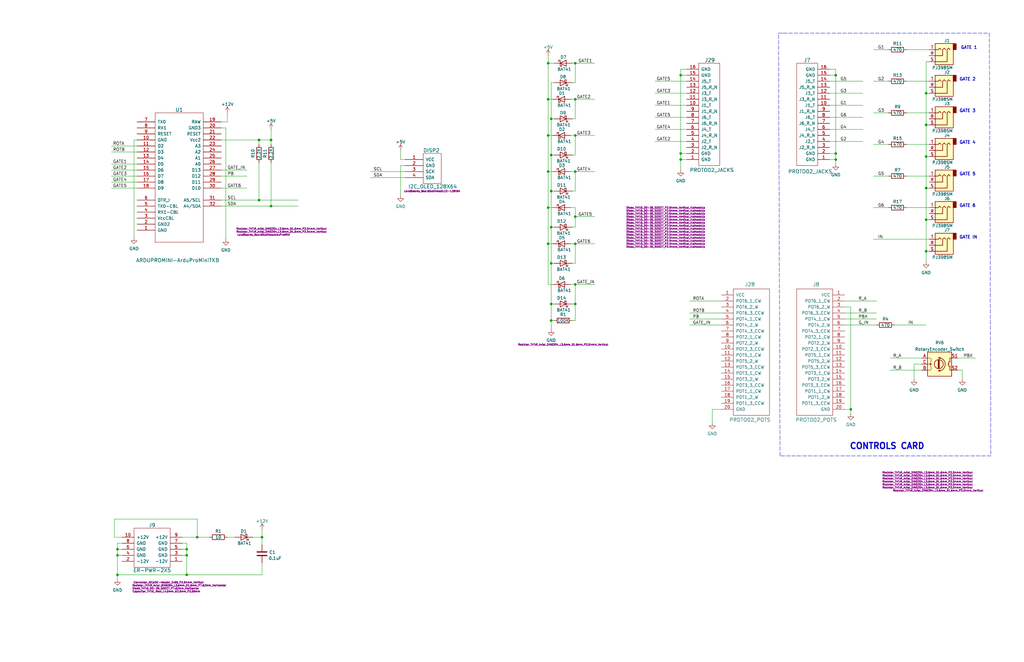
<source format=kicad_sch>
(kicad_sch (version 20211123) (generator eeschema)
  (paper "B")
  (title_block (date "2023-01-05") (rev "1"))
  (lib_symbols
    (symbol "Connector:AudioJack3"
      (property "Reference" "J" (at 0 8.89 0))
      (property "Value" "AudioJack3" (at 0 6.35 0))
      (symbol "AudioJack3_0_1"
        (rectangle (start -5.08 -5.08) (end -6.35 -2.54) (stroke (width 0.254)) (fill (type outline)))
        (polyline (pts (xy 0 -2.54) (xy 0.635 -3.175) (xy 1.27 -2.54) (xy 2.54 -2.54)) (stroke (width 0.254)))
        (polyline (pts (xy -1.905 -2.54) (xy -1.27 -3.175) (xy -0.635 -2.54) (xy -0.635 0) (xy 2.54 0)) (stroke (width 0.254)))
        (polyline (pts (xy 2.54 2.54) (xy -2.54 2.54) (xy -2.54 -2.54) (xy -3.175 -3.175) (xy -3.81 -2.54)) (stroke (width 0.254)))
        (rectangle (start 2.54 3.81) (end -5.08 -5.08) (stroke (width 0.254)) (fill (type background)))
      )
      (symbol "AudioJack3_1_1"
        (pin passive line (at 5.08 0 180) (length 2.54) (name "~") (number "R"))
        (pin passive line (at 5.08 2.54 180) (length 2.54) (name "~") (number "S"))
        (pin passive line (at 5.08 -2.54 180) (length 2.54) (name "~") (number "T"))
      )
    )
    (symbol "Device:C" (pin_numbers hide) (pin_names (offset 0.254))
      (property "Reference" "C" (at 0.635 2.54 0))
      (property "Value" "C" (at 0.635 -2.54 0))
      (symbol "C_0_1"
        (polyline (pts (xy -2.032 -0.762) (xy 2.032 -0.762)) (stroke (width 0.508)))
        (polyline (pts (xy -2.032 0.762) (xy 2.032 0.762)) (stroke (width 0.508)))
      )
      (symbol "C_1_1"
        (pin passive line (at 0 3.81 270) (length 2.794) (name "~") (number "1"))
        (pin passive line (at 0 -3.81 90) (length 2.794) (name "~") (number "2"))
      )
    )
    (symbol "Device:D_Schottky" (pin_numbers hide) (pin_names (offset 1.016) hide)
      (property "Reference" "D" (at 0 2.54 0))
      (property "Value" "D_Schottky" (at 0 -2.54 0))
      (symbol "D_Schottky_0_1"
        (polyline (pts (xy 1.27 0) (xy -1.27 0)))
        (polyline (pts (xy 1.27 1.27) (xy 1.27 -1.27) (xy -1.27 0) (xy 1.27 1.27)) (stroke (width 0.254)))
        (polyline (pts (xy -1.905 0.635) (xy -1.905 1.27) (xy -1.27 1.27) (xy -1.27 -1.27) (xy -0.635 -1.27) (xy -0.635 -0.635)) (stroke (width 0.254)))
      )
      (symbol "D_Schottky_1_1"
        (pin passive line (at -3.81 0 0) (length 2.54) (name "K") (number "1"))
        (pin passive line (at 3.81 0 180) (length 2.54) (name "A") (number "2"))
      )
    )
    (symbol "Device:R" (pin_numbers hide) (pin_names (offset 0))
      (property "Reference" "R" (at 2.032 0 90))
      (property "Value" "R" (at 0 0 90))
      (symbol "R_0_1"
        (rectangle (start -1.016 -2.54) (end 1.016 2.54) (stroke (width 0.254)))
      )
      (symbol "R_1_1"
        (pin passive line (at 0 3.81 270) (length 1.27) (name "~") (number "1"))
        (pin passive line (at 0 -3.81 90) (length 1.27) (name "~") (number "2"))
      )
    )
    (symbol "Device:RotaryEncoder_Switch" (pin_names (offset 0.254) hide)
      (property "Reference" "SW" (at 0 6.604 0))
      (property "Value" "RotaryEncoder_Switch" (at 0 -6.604 0))
      (symbol "RotaryEncoder_Switch_0_1"
        (rectangle (start -5.08 5.08) (end 5.08 -5.08) (stroke (width 0.254)) (fill (type background)))
        (circle (center -3.81 0) (radius 0.254) (fill (type outline)))
        (arc (start -0.381 -2.794) (mid 2.3622 -0.0635) (end -0.381 2.667) (stroke (width 0.254)))
        (circle (center -0.381 0) (radius 1.905) (stroke (width 0.254)))
        (polyline (pts (xy -0.635 -1.778) (xy -0.635 1.778)) (stroke (width 0.254)))
        (polyline (pts (xy -0.381 -1.778) (xy -0.381 1.778)) (stroke (width 0.254)))
        (polyline (pts (xy -0.127 1.778) (xy -0.127 -1.778)) (stroke (width 0.254)))
        (polyline (pts (xy 3.81 0) (xy 3.429 0)) (stroke (width 0.254)))
        (polyline (pts (xy 3.81 1.016) (xy 3.81 -1.016)) (stroke (width 0.254)))
        (polyline (pts (xy -5.08 -2.54) (xy -3.81 -2.54) (xy -3.81 -2.032)))
        (polyline (pts (xy -5.08 2.54) (xy -3.81 2.54) (xy -3.81 2.032)))
        (polyline (pts (xy 0.254 -3.048) (xy -0.508 -2.794) (xy 0.127 -2.413)) (stroke (width 0.254)))
        (polyline (pts (xy 0.254 2.921) (xy -0.508 2.667) (xy 0.127 2.286)) (stroke (width 0.254)))
        (polyline (pts (xy 5.08 -2.54) (xy 4.318 -2.54) (xy 4.318 -1.016)) (stroke (width 0.254)))
        (polyline (pts (xy 5.08 2.54) (xy 4.318 2.54) (xy 4.318 1.016)) (stroke (width 0.254)))
        (polyline (pts (xy -5.08 0) (xy -3.81 0) (xy -3.81 -1.016) (xy -3.302 -2.032)))
        (polyline (pts (xy -4.318 0) (xy -3.81 0) (xy -3.81 1.016) (xy -3.302 2.032)))
        (circle (center 4.318 -1.016) (radius 0.127) (stroke (width 0.254)))
        (circle (center 4.318 1.016) (radius 0.127) (stroke (width 0.254)))
      )
      (symbol "RotaryEncoder_Switch_1_1"
        (pin passive line (at -7.62 2.54 0) (length 2.54) (name "A") (number "A"))
        (pin passive line (at -7.62 -2.54 0) (length 2.54) (name "B") (number "B"))
        (pin passive line (at -7.62 0 0) (length 2.54) (name "C") (number "C"))
        (pin passive line (at 7.62 2.54 180) (length 2.54) (name "S1") (number "S1"))
        (pin passive line (at 7.62 -2.54 180) (length 2.54) (name "S2") (number "S2"))
      )
    )
    (symbol "I2C_OLED_128X64_1" (pin_names (offset 1.016))
      (property "Reference" "DISP" (at 0 7.62 0))
      (property "Value" "I2C_OLED_128X64_1" (at 1.27 -7.62 0))
      (symbol "I2C_OLED_128X64_1_0_1"
        (rectangle (start -3.81 -6.35) (end 3.81 6.35))
      )
      (symbol "I2C_OLED_128X64_1_1_1"
        (pin power_out line (at -11.43 3.81 0) (length 7.62) (name "VCC") (number "1"))
        (pin power_out line (at -11.43 1.27 0) (length 7.62) (name "GND") (number "2"))
        (pin input line (at -11.43 -1.27 0) (length 7.62) (name "SCK") (number "3"))
        (pin input line (at -11.43 -3.81 0) (length 7.62) (name "SDA") (number "4"))
      )
    )
    (symbol "LandBoards_Cards:ARDUPROMINI-ArduProMiniTKB" (pin_names (offset 1.016))
      (property "Reference" "U3" (at 7.62 20.32 0))
      (property "Value" "ARDUPROMINI-ArduProMiniTKB" (at 0 -36.83 0))
      (property "Footprint" "LandBoards_BoardOutlines:ArduProMini" (at 0 -40.64 0))
      (symbol "ARDUPROMINI-ArduProMiniTKB_0_1"
        (polyline (pts (xy -10.16 -35.56) (xy -10.16 19.05) (xy 10.16 19.05) (xy 10.16 -35.56) (xy 0 -35.56) (xy -10.16 -35.56)))
      )
      (symbol "ARDUPROMINI-ArduProMiniTKB_1_1"
        (pin unspecified line (at -17.78 -30.48 0) (length 7.62) (name "GND") (number "1"))
        (pin unspecified line (at -17.78 7.62 0) (length 7.62) (name "GND") (number "10"))
        (pin bidirectional line (at -17.78 5.08 0) (length 7.62) (name "D2") (number "11"))
        (pin bidirectional line (at -17.78 2.54 0) (length 7.62) (name "D3") (number "12"))
        (pin bidirectional line (at -17.78 0 0) (length 7.62) (name "D4") (number "13"))
        (pin bidirectional line (at -17.78 -2.54 0) (length 7.62) (name "D5") (number "14"))
        (pin bidirectional line (at -17.78 -5.08 0) (length 7.62) (name "D6") (number "15"))
        (pin bidirectional line (at -17.78 -7.62 0) (length 7.62) (name "D7") (number "16"))
        (pin bidirectional line (at -17.78 -10.16 0) (length 7.62) (name "D8") (number "17"))
        (pin bidirectional line (at -17.78 -12.7 0) (length 7.62) (name "D9") (number "18"))
        (pin unspecified line (at 17.78 15.24 180) (length 7.62) (name "RAW") (number "19"))
        (pin unspecified line (at -17.78 -27.94 0) (length 7.62) (name "GND2") (number "2"))
        (pin unspecified line (at 17.78 12.7 180) (length 7.62) (name "GND3") (number "20"))
        (pin input line (at 17.78 10.16 180) (length 7.62) (name "RESET") (number "21"))
        (pin unspecified line (at 17.78 7.62 180) (length 7.62) (name "Vcc2") (number "22"))
        (pin bidirectional line (at 17.78 5.08 180) (length 7.62) (name "A3") (number "23"))
        (pin bidirectional line (at 17.78 2.54 180) (length 7.62) (name "A2") (number "24"))
        (pin bidirectional line (at 17.78 0 180) (length 7.62) (name "A1") (number "25"))
        (pin bidirectional line (at 17.78 -2.54 180) (length 7.62) (name "A0") (number "26"))
        (pin bidirectional line (at 17.78 -5.08 180) (length 7.62) (name "D13") (number "27"))
        (pin input line (at 17.78 -7.62 180) (length 7.62) (name "D12") (number "28"))
        (pin bidirectional line (at 17.78 -10.16 180) (length 7.62) (name "D11") (number "29"))
        (pin power_in line (at -17.78 -25.4 0) (length 7.62) (name "VccCBL") (number "3"))
        (pin bidirectional line (at 17.78 -12.7 180) (length 7.62) (name "D10") (number "30"))
        (pin bidirectional line (at 17.78 -17.78 180) (length 7.62) (name "A5/SCL") (number "31"))
        (pin bidirectional line (at 17.78 -20.32 180) (length 7.62) (name "A4/SDA") (number "32"))
        (pin unspecified line (at -17.78 -22.86 0) (length 7.62) (name "RX1-CBL") (number "4"))
        (pin unspecified line (at -17.78 -20.32 0) (length 7.62) (name "TX0-CBL") (number "5"))
        (pin unspecified line (at -17.78 -17.78 0) (length 7.62) (name "DTR_I") (number "6"))
        (pin bidirectional line (at -17.78 15.24 0) (length 7.62) (name "TX0") (number "7"))
        (pin bidirectional line (at -17.78 12.7 0) (length 7.62) (name "RX1") (number "8"))
        (pin input line (at -17.78 10.16 0) (length 7.62) (name "RESET") (number "9"))
      )
    )
    (symbol "LandBoards_Conns:ER-PWR-2X5" (pin_names (offset 1.016))
      (property "Reference" "J" (at 0 10.16 0))
      (property "Value" "ER-PWR-2X5" (at 1.27 -8.89 0))
      (property "Footprint" "Connector_IDC:IDC-Header_2x05_P2.54mm_Vertical" (at 0 -11.43 0))
      (symbol "ER-PWR-2X5_0_1"
        (rectangle (start -7.62 8.89) (end 7.62 -7.62))
      )
      (symbol "ER-PWR-2X5_1_1"
        (pin power_out line (at 12.7 -5.08 180) (length 5.08) (name "-12V") (number "1"))
        (pin power_out line (at -12.7 5.08 0) (length 5.08) (name "+12V") (number "10"))
        (pin power_out line (at -12.7 -5.08 0) (length 5.08) (name "-12V") (number "2"))
        (pin power_in line (at 12.7 -2.54 180) (length 5.08) (name "GND") (number "3"))
        (pin power_out line (at -12.7 -2.54 0) (length 5.08) (name "GND") (number "4"))
        (pin power_out line (at 12.7 0 180) (length 5.08) (name "GND") (number "5"))
        (pin power_out line (at -12.7 0 0) (length 5.08) (name "GND") (number "6"))
        (pin power_out line (at 12.7 2.54 180) (length 5.08) (name "GND") (number "7"))
        (pin power_out line (at -12.7 2.54 0) (length 5.08) (name "GND") (number "8"))
        (pin power_out line (at 12.7 5.08 180) (length 5.08) (name "+12V") (number "9"))
      )
    )
    (symbol "LandBoards_Conns:PROTO02_JACKS" (pin_names (offset 1.016))
      (property "Reference" "J" (at 0 22.86 0))
      (property "Value" "PROTO02_JACKS" (at 0 -22.86 0))
      (symbol "PROTO02_JACKS_0_1"
        (rectangle (start -5.08 21.59) (end 3.81 -21.59))
      )
      (symbol "PROTO02_JACKS_1_1"
        (pin power_in line (at 8.89 -19.05 180) (length 5.08) (name "GND") (number "1"))
        (pin passive line (at 8.89 3.81 180) (length 5.08) (name "J1_T") (number "10"))
        (pin passive line (at 8.89 6.35 180) (length 5.08) (name "J3_R_N") (number "11"))
        (pin passive line (at 8.89 8.89 180) (length 5.08) (name "J3_T") (number "12"))
        (pin passive line (at 8.89 11.43 180) (length 5.08) (name "J5_R_N") (number "13"))
        (pin passive line (at 8.89 13.97 180) (length 5.08) (name "J5_T") (number "14"))
        (pin power_in line (at 8.89 16.51 180) (length 5.08) (name "GND") (number "15"))
        (pin power_in line (at 8.89 19.05 180) (length 5.08) (name "GND") (number "16"))
        (pin power_in line (at 8.89 -16.51 180) (length 5.08) (name "GND") (number "2"))
        (pin passive line (at 8.89 -13.97 180) (length 5.08) (name "J2_R_N") (number "3"))
        (pin passive line (at 8.89 -11.43 180) (length 5.08) (name "J2_T") (number "4"))
        (pin passive line (at 8.89 -8.89 180) (length 5.08) (name "J4_R_N") (number "5"))
        (pin passive line (at 8.89 -6.35 180) (length 5.08) (name "J4_T") (number "6"))
        (pin passive line (at 8.89 -3.81 180) (length 5.08) (name "J6_R_N") (number "7"))
        (pin passive line (at 8.89 -1.27 180) (length 5.08) (name "J6_T") (number "8"))
        (pin passive line (at 8.89 1.27 180) (length 5.08) (name "J1_R_N") (number "9"))
      )
    )
    (symbol "LandBoards_Conns:PROTO02_POTS" (pin_names (offset 1.016))
      (property "Reference" "J" (at -1.27 27.94 0))
      (property "Value" "PROTO02_POTS" (at 0 -27.94 0))
      (symbol "PROTO02_POTS_0_1"
        (rectangle (start -8.89 26.67) (end 6.35 -26.67))
      )
      (symbol "PROTO02_POTS_1_1"
        (pin power_in line (at 11.43 24.13 180) (length 5.08) (name "VCC") (number "1"))
        (pin passive line (at 11.43 1.27 180) (length 5.08) (name "POT2_3_CCW") (number "10"))
        (pin passive line (at 11.43 -1.27 180) (length 5.08) (name "POT5_1_CW") (number "11"))
        (pin passive line (at 11.43 -3.81 180) (length 5.08) (name "POT5_2_W") (number "12"))
        (pin passive line (at 11.43 -6.35 180) (length 5.08) (name "POT5_3_CCW") (number "13"))
        (pin passive line (at 11.43 -8.89 180) (length 5.08) (name "POT3_1_CW") (number "14"))
        (pin passive line (at 11.43 -11.43 180) (length 5.08) (name "POT3_2_W") (number "15"))
        (pin passive line (at 11.43 -13.97 180) (length 5.08) (name "POT3_3_CCW") (number "16"))
        (pin passive line (at 11.43 -16.51 180) (length 5.08) (name "POT1_1_CW") (number "17"))
        (pin passive line (at 11.43 -19.05 180) (length 5.08) (name "POT1_2_W") (number "18"))
        (pin passive line (at 11.43 -21.59 180) (length 5.08) (name "POT1_3_CCW") (number "19"))
        (pin passive line (at 11.43 21.59 180) (length 5.08) (name "POT6_1_CW") (number "2"))
        (pin power_in line (at 11.43 -24.13 180) (length 5.08) (name "GND") (number "20"))
        (pin passive line (at 11.43 19.05 180) (length 5.08) (name "POT6_2_W") (number "3"))
        (pin passive line (at 11.43 16.51 180) (length 5.08) (name "POT6_3_CCW") (number "4"))
        (pin passive line (at 11.43 13.97 180) (length 5.08) (name "POT4_1_CW") (number "5"))
        (pin passive line (at 11.43 11.43 180) (length 5.08) (name "POT4_2_W") (number "6"))
        (pin passive line (at 11.43 8.89 180) (length 5.08) (name "POT4_3_CCW") (number "7"))
        (pin passive line (at 11.43 6.35 180) (length 5.08) (name "POT2_1_CW") (number "8"))
        (pin passive line (at 11.43 3.81 180) (length 5.08) (name "POT2_2_W") (number "9"))
      )
    )
    (symbol "power:+12V" (power) (pin_names (offset 0))
      (property "Value" "+12V" (at 0 3.556 0))
      (symbol "+12V_0_1"
        (polyline (pts (xy -0.762 1.27) (xy 0 2.54)))
        (polyline (pts (xy 0 0) (xy 0 2.54)))
        (polyline (pts (xy 0 2.54) (xy 0.762 1.27)))
      )
      (symbol "+12V_1_1"
        (pin power_in line (at 0 0 90) (length 0) hide (name "+12V") (number "1"))
      )
    )
    (symbol "power:+5V" (power) (pin_names (offset 0))
      (property "Value" "+5V" (at 0 3.556 0))
      (symbol "+5V_0_1"
        (polyline (pts (xy -0.762 1.27) (xy 0 2.54)))
        (polyline (pts (xy 0 0) (xy 0 2.54)))
        (polyline (pts (xy 0 2.54) (xy 0.762 1.27)))
      )
      (symbol "+5V_1_1"
        (pin power_in line (at 0 0 90) (length 0) hide (name "+5V") (number "1"))
      )
    )
    (symbol "power:GND" (power) (pin_names (offset 0))
      (property "Value" "GND" (at 0 -3.81 0))
      (symbol "GND_0_1"
        (polyline (pts (xy 0 0) (xy 0 -1.27) (xy 1.27 -1.27) (xy 0 -2.54) (xy -1.27 -1.27) (xy 0 -1.27)))
      )
      (symbol "GND_1_1"
        (pin power_in line (at 0 0 270) (length 0) hide (name "GND") (number "1"))
      )
    )
  )
  (junction (at 242.57 120.015))
  (junction (at 232.41 95.885))
  (junction (at 109.22 84.455))
  (junction (at 390.525 106.045))
  (junction (at 232.41 128.27))
  (junction (at 78.74 242.57))
  (junction (at 242.57 26.67))
  (junction (at 232.41 65.405))
  (junction (at 231.14 87.63))
  (junction (at 358.775 172.72))
  (junction (at 49.53 242.57))
  (junction (at 287.02 67.31))
  (junction (at 231.14 102.87))
  (junction (at 390.525 39.37))
  (junction (at 231.14 57.15))
  (junction (at 390.525 66.04))
  (junction (at 242.57 41.91))
  (junction (at 231.14 26.67))
  (junction (at 109.22 59.055))
  (junction (at 352.425 64.77))
  (junction (at 231.14 72.39))
  (junction (at 49.53 234.315))
  (junction (at 242.57 102.87))
  (junction (at 352.425 67.31))
  (junction (at 232.41 111.125))
  (junction (at 232.41 50.165))
  (junction (at 287.02 31.75))
  (junction (at 231.14 41.91))
  (junction (at 232.41 80.645))
  (junction (at 352.425 31.75))
  (junction (at 242.57 57.15))
  (junction (at 242.57 91.44))
  (junction (at 390.525 92.71))
  (junction (at 114.3 59.055))
  (junction (at 242.57 72.39))
  (junction (at 232.41 135.255))
  (junction (at 110.49 226.695))
  (junction (at 390.525 79.375))
  (junction (at 83.185 226.695))
  (junction (at 49.53 231.775))
  (junction (at 390.525 52.705))
  (junction (at 78.74 234.315))
  (junction (at 242.57 128.27))
  (junction (at 78.74 231.775))
  (junction (at 287.02 64.77))
  (junction (at 114.3 86.995))
  (wire (pts (xy 83.185 219.075) (xy 83.185 226.695)))
  (wire (pts (xy 368.3 20.955) (xy 374.65 20.955)))
  (wire (pts (xy 232.41 95.885) (xy 233.68 95.885)))
  (wire (pts (xy 241.3 95.885) (xy 242.57 95.885)))
  (wire (pts (xy 358.775 172.72) (xy 358.775 129.54)))
  (wire (pts (xy 110.49 223.52) (xy 110.49 226.695)))
  (wire (pts (xy 231.14 57.15) (xy 231.14 72.39)))
  (wire (pts (xy 49.53 234.315) (xy 51.435 234.315)))
  (wire (pts (xy 390.525 52.705) (xy 391.795 52.705)))
  (wire (pts (xy 240.665 57.15) (xy 242.57 57.15)))
  (polyline (pts (xy 328.93 192.405) (xy 328.295 13.97)))
  (wire (pts (xy 49.53 231.775) (xy 49.53 234.315)))
  (wire (pts (xy 242.57 72.39) (xy 250.825 72.39)))
  (wire (pts (xy 304.165 172.72) (xy 300.355 172.72)))
  (wire (pts (xy 242.57 57.15) (xy 242.57 65.405)))
  (wire (pts (xy 242.57 72.39) (xy 242.57 80.645)))
  (wire (pts (xy 233.045 102.87) (xy 231.14 102.87)))
  (wire (pts (xy 232.41 80.645) (xy 232.41 95.885)))
  (wire (pts (xy 289.56 29.21) (xy 287.02 29.21)))
  (wire (pts (xy 242.57 102.87) (xy 250.825 102.87)))
  (wire (pts (xy 241.3 128.27) (xy 242.57 128.27)))
  (wire (pts (xy 46.99 76.835) (xy 57.785 76.835)))
  (wire (pts (xy 290.83 127) (xy 304.165 127)))
  (wire (pts (xy 231.14 72.39) (xy 231.14 87.63)))
  (wire (pts (xy 48.26 219.075) (xy 83.185 219.075)))
  (wire (pts (xy 391.795 60.96) (xy 382.27 60.96)))
  (wire (pts (xy 276.225 49.53) (xy 289.56 49.53)))
  (wire (pts (xy 125.73 84.455) (xy 109.22 84.455)))
  (wire (pts (xy 390.525 92.71) (xy 391.795 92.71)))
  (wire (pts (xy 405.765 156.21) (xy 405.765 160.02)))
  (wire (pts (xy 232.41 111.125) (xy 233.68 111.125)))
  (wire (pts (xy 232.41 111.125) (xy 232.41 128.27)))
  (wire (pts (xy 232.41 50.165) (xy 232.41 65.405)))
  (wire (pts (xy 349.885 49.53) (xy 363.855 49.53)))
  (wire (pts (xy 276.225 44.45) (xy 289.56 44.45)))
  (wire (pts (xy 93.345 53.975) (xy 95.25 53.975)))
  (wire (pts (xy 276.225 59.69) (xy 289.56 59.69)))
  (wire (pts (xy 290.83 134.62) (xy 304.165 134.62)))
  (wire (pts (xy 232.41 65.405) (xy 232.41 80.645)))
  (wire (pts (xy 287.02 67.31) (xy 289.56 67.31)))
  (wire (pts (xy 78.74 242.57) (xy 78.74 234.315)))
  (wire (pts (xy 356.235 172.72) (xy 358.775 172.72)))
  (wire (pts (xy 349.885 29.21) (xy 352.425 29.21)))
  (wire (pts (xy 390.525 106.045) (xy 391.795 106.045)))
  (wire (pts (xy 231.14 26.67) (xy 233.68 26.67)))
  (wire (pts (xy 156.21 72.39) (xy 170.815 72.39)))
  (wire (pts (xy 168.91 69.85) (xy 170.815 69.85)))
  (wire (pts (xy 356.235 137.16) (xy 369.57 137.16)))
  (wire (pts (xy 232.41 80.645) (xy 233.68 80.645)))
  (wire (pts (xy 57.785 59.055) (xy 56.515 59.055)))
  (wire (pts (xy 168.91 63.5) (xy 168.91 67.31)))
  (wire (pts (xy 368.3 100.965) (xy 391.795 100.965)))
  (wire (pts (xy 93.345 74.295) (xy 104.14 74.295)))
  (wire (pts (xy 390.525 39.37) (xy 390.525 52.705)))
  (polyline (pts (xy 417.195 13.97) (xy 417.83 192.405)))
  (wire (pts (xy 287.02 64.77) (xy 287.02 67.31)))
  (wire (pts (xy 233.045 57.15) (xy 231.14 57.15)))
  (wire (pts (xy 240.665 120.015) (xy 242.57 120.015)))
  (wire (pts (xy 125.73 86.995) (xy 114.3 86.995)))
  (wire (pts (xy 109.22 59.055) (xy 93.345 59.055)))
  (polyline (pts (xy 330.2 13.97) (xy 417.195 13.97)))
  (wire (pts (xy 241.3 50.165) (xy 242.57 50.165)))
  (wire (pts (xy 233.045 120.015) (xy 231.14 120.015)))
  (wire (pts (xy 242.57 26.67) (xy 242.57 34.925)))
  (wire (pts (xy 356.235 132.08) (xy 369.57 132.08)))
  (wire (pts (xy 390.525 106.045) (xy 390.525 110.49)))
  (wire (pts (xy 78.74 242.57) (xy 110.49 242.57)))
  (wire (pts (xy 95.885 51.435) (xy 95.885 47.625)))
  (wire (pts (xy 233.045 41.91) (xy 231.14 41.91)))
  (wire (pts (xy 232.41 128.27) (xy 232.41 135.255)))
  (wire (pts (xy 375.285 151.13) (xy 388.62 151.13)))
  (wire (pts (xy 240.665 41.91) (xy 242.57 41.91)))
  (wire (pts (xy 240.665 72.39) (xy 242.57 72.39)))
  (wire (pts (xy 232.41 50.165) (xy 233.68 50.165)))
  (wire (pts (xy 95.25 53.975) (xy 95.25 100.965)))
  (wire (pts (xy 49.53 229.235) (xy 49.53 231.775)))
  (wire (pts (xy 231.14 102.87) (xy 231.14 120.015)))
  (wire (pts (xy 290.83 137.16) (xy 304.165 137.16)))
  (wire (pts (xy 168.91 82.55) (xy 168.91 69.85)))
  (wire (pts (xy 241.3 34.925) (xy 242.57 34.925)))
  (wire (pts (xy 83.185 226.695) (xy 76.835 226.695)))
  (wire (pts (xy 276.225 54.61) (xy 289.56 54.61)))
  (wire (pts (xy 46.99 61.595) (xy 57.785 61.595)))
  (wire (pts (xy 368.3 60.96) (xy 374.65 60.96)))
  (polyline (pts (xy 417.83 192.405) (xy 328.93 192.405)))
  (wire (pts (xy 349.885 34.29) (xy 363.855 34.29)))
  (wire (pts (xy 56.515 59.055) (xy 56.515 100.33)))
  (wire (pts (xy 78.74 229.235) (xy 76.835 229.235)))
  (wire (pts (xy 233.045 72.39) (xy 231.14 72.39)))
  (wire (pts (xy 106.68 226.695) (xy 110.49 226.695)))
  (wire (pts (xy 349.885 67.31) (xy 352.425 67.31)))
  (wire (pts (xy 233.045 87.63) (xy 231.14 87.63)))
  (wire (pts (xy 391.795 47.625) (xy 382.27 47.625)))
  (wire (pts (xy 242.57 87.63) (xy 242.57 91.44)))
  (wire (pts (xy 46.99 74.295) (xy 57.785 74.295)))
  (wire (pts (xy 349.885 31.75) (xy 352.425 31.75)))
  (wire (pts (xy 242.57 102.87) (xy 242.57 111.125)))
  (wire (pts (xy 242.57 57.15) (xy 250.825 57.15)))
  (wire (pts (xy 48.26 226.695) (xy 48.26 219.075)))
  (wire (pts (xy 368.3 47.625) (xy 374.65 47.625)))
  (wire (pts (xy 368.3 74.295) (xy 374.65 74.295)))
  (wire (pts (xy 88.265 226.695) (xy 83.185 226.695)))
  (wire (pts (xy 375.285 156.21) (xy 388.62 156.21)))
  (wire (pts (xy 241.3 26.67) (xy 242.57 26.67)))
  (wire (pts (xy 276.225 39.37) (xy 289.56 39.37)))
  (wire (pts (xy 377.19 137.16) (xy 390.525 137.16)))
  (wire (pts (xy 390.525 39.37) (xy 391.795 39.37)))
  (wire (pts (xy 233.68 34.925) (xy 232.41 34.925)))
  (wire (pts (xy 231.14 23.495) (xy 231.14 26.67)))
  (wire (pts (xy 390.525 79.375) (xy 390.525 92.71)))
  (wire (pts (xy 242.57 135.255) (xy 241.3 135.255)))
  (wire (pts (xy 403.86 156.21) (xy 405.765 156.21)))
  (wire (pts (xy 390.525 92.71) (xy 390.525 106.045)))
  (wire (pts (xy 232.41 95.885) (xy 232.41 111.125)))
  (wire (pts (xy 232.41 34.925) (xy 232.41 50.165)))
  (wire (pts (xy 231.14 41.91) (xy 231.14 26.67)))
  (wire (pts (xy 109.22 68.58) (xy 109.22 84.455)))
  (wire (pts (xy 349.885 39.37) (xy 363.855 39.37)))
  (wire (pts (xy 240.665 102.87) (xy 242.57 102.87)))
  (wire (pts (xy 358.775 129.54) (xy 356.235 129.54)))
  (wire (pts (xy 93.345 71.755) (xy 104.14 71.755)))
  (wire (pts (xy 349.885 59.69) (xy 363.855 59.69)))
  (wire (pts (xy 287.02 29.21) (xy 287.02 31.75)))
  (wire (pts (xy 232.41 128.27) (xy 233.68 128.27)))
  (wire (pts (xy 241.3 65.405) (xy 242.57 65.405)))
  (wire (pts (xy 352.425 29.21) (xy 352.425 31.75)))
  (wire (pts (xy 390.525 79.375) (xy 391.795 79.375)))
  (wire (pts (xy 391.795 26.035) (xy 390.525 26.035)))
  (wire (pts (xy 78.74 231.775) (xy 78.74 229.235)))
  (wire (pts (xy 388.62 153.67) (xy 385.445 153.67)))
  (wire (pts (xy 390.525 66.04) (xy 390.525 79.375)))
  (wire (pts (xy 242.57 91.44) (xy 242.57 95.885)))
  (wire (pts (xy 242.57 26.67) (xy 250.825 26.67)))
  (wire (pts (xy 349.885 64.77) (xy 352.425 64.77)))
  (wire (pts (xy 114.3 59.055) (xy 109.22 59.055)))
  (wire (pts (xy 289.56 34.29) (xy 276.225 34.29)))
  (wire (pts (xy 390.525 26.035) (xy 390.525 39.37)))
  (wire (pts (xy 109.22 60.96) (xy 109.22 59.055)))
  (wire (pts (xy 76.835 234.315) (xy 78.74 234.315)))
  (wire (pts (xy 242.57 128.27) (xy 242.57 135.255)))
  (wire (pts (xy 349.885 54.61) (xy 363.855 54.61)))
  (wire (pts (xy 49.53 234.315) (xy 49.53 242.57)))
  (wire (pts (xy 46.99 71.755) (xy 57.785 71.755)))
  (wire (pts (xy 287.02 67.31) (xy 287.02 71.755)))
  (wire (pts (xy 49.53 242.57) (xy 49.53 244.475)))
  (wire (pts (xy 382.27 20.955) (xy 391.795 20.955)))
  (polyline (pts (xy 328.295 13.97) (xy 330.2 13.97)))
  (wire (pts (xy 76.835 231.775) (xy 78.74 231.775)))
  (wire (pts (xy 242.57 41.91) (xy 242.57 50.165)))
  (wire (pts (xy 114.3 86.995) (xy 93.345 86.995)))
  (wire (pts (xy 51.435 226.695) (xy 48.26 226.695)))
  (wire (pts (xy 352.425 67.31) (xy 352.425 69.215)))
  (wire (pts (xy 231.14 87.63) (xy 231.14 102.87)))
  (wire (pts (xy 46.99 79.375) (xy 57.785 79.375)))
  (wire (pts (xy 242.57 91.44) (xy 250.825 91.44)))
  (wire (pts (xy 391.795 34.29) (xy 382.27 34.29)))
  (wire (pts (xy 352.425 64.77) (xy 352.425 67.31)))
  (wire (pts (xy 114.3 68.58) (xy 114.3 86.995)))
  (wire (pts (xy 356.235 134.62) (xy 369.57 134.62)))
  (wire (pts (xy 358.775 172.72) (xy 358.775 174.625)))
  (wire (pts (xy 78.74 234.315) (xy 78.74 231.775)))
  (wire (pts (xy 352.425 31.75) (xy 352.425 64.77)))
  (wire (pts (xy 232.41 65.405) (xy 233.68 65.405)))
  (wire (pts (xy 240.665 87.63) (xy 242.57 87.63)))
  (wire (pts (xy 287.02 31.75) (xy 287.02 64.77)))
  (wire (pts (xy 46.99 64.135) (xy 57.785 64.135)))
  (wire (pts (xy 49.53 242.57) (xy 78.74 242.57)))
  (wire (pts (xy 287.02 64.77) (xy 289.56 64.77)))
  (wire (pts (xy 391.795 87.63) (xy 382.27 87.63)))
  (wire (pts (xy 368.3 34.29) (xy 374.65 34.29)))
  (wire (pts (xy 46.99 69.215) (xy 57.785 69.215)))
  (wire (pts (xy 110.49 242.57) (xy 110.49 237.49)))
  (wire (pts (xy 51.435 229.235) (xy 49.53 229.235)))
  (wire (pts (xy 287.02 31.75) (xy 289.56 31.75)))
  (wire (pts (xy 241.3 111.125) (xy 242.57 111.125)))
  (wire (pts (xy 242.57 120.015) (xy 250.825 120.015)))
  (wire (pts (xy 93.345 51.435) (xy 95.885 51.435)))
  (wire (pts (xy 368.3 87.63) (xy 374.65 87.63)))
  (wire (pts (xy 385.445 153.67) (xy 385.445 160.02)))
  (wire (pts (xy 93.345 79.375) (xy 104.14 79.375)))
  (wire (pts (xy 356.235 127) (xy 369.57 127)))
  (wire (pts (xy 99.06 226.695) (xy 95.885 226.695)))
  (wire (pts (xy 390.525 52.705) (xy 390.525 66.04)))
  (wire (pts (xy 170.815 67.31) (xy 168.91 67.31)))
  (wire (pts (xy 232.41 139.065) (xy 232.41 135.255)))
  (wire (pts (xy 232.41 135.255) (xy 233.68 135.255)))
  (wire (pts (xy 349.885 44.45) (xy 363.855 44.45)))
  (wire (pts (xy 390.525 66.04) (xy 391.795 66.04)))
  (wire (pts (xy 114.3 60.96) (xy 114.3 59.055)))
  (wire (pts (xy 241.3 80.645) (xy 242.57 80.645)))
  (wire (pts (xy 290.83 132.08) (xy 304.165 132.08)))
  (wire (pts (xy 110.49 226.695) (xy 110.49 229.87)))
  (wire (pts (xy 49.53 231.775) (xy 51.435 231.775)))
  (wire (pts (xy 300.355 172.72) (xy 300.355 178.435)))
  (wire (pts (xy 391.795 74.295) (xy 382.27 74.295)))
  (wire (pts (xy 242.57 41.91) (xy 250.825 41.91)))
  (wire (pts (xy 156.21 74.93) (xy 170.815 74.93)))
  (wire (pts (xy 242.57 120.015) (xy 242.57 128.27)))
  (wire (pts (xy 114.3 54.61) (xy 114.3 59.055)))
  (wire (pts (xy 411.48 151.13) (xy 403.86 151.13)))
  (wire (pts (xy 109.22 84.455) (xy 93.345 84.455)))
  (wire (pts (xy 231.14 41.91) (xy 231.14 57.15)))
  (text "GATE 6" (at 404.495 87.63 0) (effects (font (size 1.27 1.27) (thickness 0.254) bold) (justify left bottom)))
  (text "GATE 1" (at 405.13 20.955 0) (effects (font (size 1.27 1.27) (thickness 0.254) bold) (justify left bottom)))
  (text "GATE 2" (at 404.495 34.29 0) (effects (font (size 1.27 1.27) (thickness 0.254) bold) (justify left bottom)))
  (text "GATE IN" (at 404.495 100.965 0) (effects (font (size 1.27 1.27) (thickness 0.254) bold) (justify left bottom)))
  (text "CONTROLS CARD" (at 358.14 189.865 0) (effects (font (size 2.54 2.54) (thickness 0.508) bold) (justify left bottom)))
  (text "GATE 3" (at 404.495 47.625 0) (effects (font (size 1.27 1.27) (thickness 0.254) bold) (justify left bottom)))
  (text "GATE 5" (at 404.495 74.295 0) (effects (font (size 1.27 1.27) (thickness 0.254) bold) (justify left bottom)))
  (text "GATE 4" (at 404.495 60.96 0) (effects (font (size 1.27 1.27) (thickness 0.254) bold) (justify left bottom)))
  (label "GATE2" (at 276.86 59.69 0))
  (label "ROTA" (at 47.625 61.595 0))
  (label "PB" (at 95.885 74.295 0))
  (label "ROTB" (at 292.1 132.08 0))
  (label "G_IN" (at 361.95 137.16 0))
  (label "GATE5" (at 47.625 79.375 0))
  (label "GATE1" (at 47.625 69.215 0))
  (label "GATE6" (at 243.205 102.87 0))
  (label "GATE4" (at 243.205 72.39 0))
  (label "GATE_IN" (at 243.205 120.015 0))
  (label "GATE5" (at 276.86 49.53 0))
  (label "SDA" (at 157.48 74.93 0))
  (label "G6" (at 354.33 49.53 0))
  (label "SCL" (at 95.885 84.455 0))
  (label "GATE5" (at 276.86 34.29 0))
  (label "PBX" (at 410.21 151.13 180))
  (label "R_A" (at 376.555 151.13 0))
  (label "IN" (at 370.205 100.965 0))
  (label "G4" (at 354.33 54.61 0))
  (label "GATE2" (at 47.625 71.755 0))
  (label "R_B" (at 361.95 132.08 0))
  (label "GATE4" (at 276.86 54.61 0))
  (label "GATE3" (at 276.86 39.37 0))
  (label "R_B" (at 376.555 156.21 0))
  (label "GATE3" (at 47.625 74.295 0))
  (label "ROTB" (at 47.625 64.135 0))
  (label "GATE3" (at 243.205 57.15 0))
  (label "GATE_IN" (at 95.885 71.755 0))
  (label "R_A" (at 361.95 127 0))
  (label "G3" (at 354.33 39.37 0))
  (label "G2" (at 370.205 34.29 0))
  (label "GATE4" (at 47.625 76.835 0))
  (label "SDA" (at 95.885 86.995 0))
  (label "G1" (at 370.205 20.955 0))
  (label "SCL" (at 157.48 72.39 0))
  (label "GATE_IN" (at 292.1 137.16 0))
  (label "PB" (at 292.1 134.62 0))
  (label "G5" (at 370.205 74.295 0))
  (label "ROTA" (at 292.1 127 0))
  (label "GATE5" (at 243.84 91.44 0))
  (label "GATE2" (at 243.205 41.91 0))
  (label "G2" (at 354.33 59.69 0))
  (label "GATE6" (at 95.885 79.375 0))
  (label "GATE1" (at 276.86 44.45 0))
  (label "G6" (at 370.205 87.63 0))
  (label "IN" (at 382.905 137.16 0))
  (label "G5" (at 354.33 34.29 0))
  (label "G3" (at 370.205 47.625 0))
  (label "G4" (at 370.205 60.96 0))
  (label "G1" (at 354.33 44.45 0))
  (label "PBX" (at 361.95 134.62 0))
  (label "GATE1" (at 243.84 26.67 0))
  (symbol (lib_id "Connector:AudioJack3") (at 396.875 23.495 180) (unit 1)
    (property "Reference" "J1" (at 398.145 17.145 0) (effects (justify right)))
    (property "Value" "PJ398SM" (at 393.065 28.575 0) (effects (justify right)))
    (property "Footprint" "AudioJacks:Jack_3.5mm_QingPu_WQP-PJ366ST_Vertical" (effects hide))
  )
  (symbol (lib_id "Connector:AudioJack3") (at 396.875 63.5 180) (unit 1)
    (property "Reference" "J4" (at 398.145 57.15 0) (effects (justify right)))
    (property "Value" "PJ398SM" (at 393.065 68.58 0) (effects (justify right)))
    (property "Footprint" "AudioJacks:Jack_3.5mm_QingPu_WQP-PJ366ST_Vertical" (effects hide))
  )
  (symbol (lib_id "power:GND") (at 49.53 244.475 0) (unit 1)
    (property "Reference" "#PWR0105" (effects hide))
    (property "Value" "GND" (at 49.53 249.0375 0))
  )
  (symbol (lib_id "Connector:AudioJack3") (at 396.875 90.17 180) (unit 1)
    (property "Reference" "J6" (at 398.145 83.82 0) (effects (justify right)))
    (property "Value" "PJ398SM" (at 393.065 95.25 0) (effects (justify right)))
    (property "Footprint" "AudioJacks:Jack_3.5mm_QingPu_WQP-PJ366ST_Vertical" (effects hide))
  )
  (symbol (lib_id "Device:D_Schottky") (at 237.49 50.165 180) (unit 1)
    (property "Reference" "D9" (at 238.76 47.625 0) (effects (justify left)))
    (property "Value" "BAT41" (at 240.665 52.705 0) (effects (justify left)))
    (property "Footprint" "Diode_THT:D_DO-35_SOD27_P2.54mm_Vertical_KathodeUp" (at 280.67 88.9 0) (effects (font (size 0.762 0.762))))
  )
  (symbol (lib_id "Device:R") (at 378.46 74.295 90) (unit 1)
    (property "Reference" "R7" (at 378.46 71.755 90))
    (property "Value" "470" (at 378.46 74.295 90))
    (property "Footprint" "Resistor_THT:R_Axial_DIN0204_L3.6mm_D1.6mm_P2.54mm_Vertical" (at 391.16 205.74 90) (effects (font (size 0.762 0.762))))
    (property "Datasheet" "https://www.mouser.com/ProductDetail/Xicon/299-2.2K-RC?qs=QaPBMFBEHz3RDbXknTj%252ByA%3D%3D" (effects hide))
  )
  (symbol (lib_id "power:GND") (at 168.91 82.55 0) (unit 1)
    (property "Reference" "#PWR?" (effects hide))
    (property "Value" "GND" (at 168.91 87.1125 0))
  )
  (symbol (lib_id "power:GND") (at 300.355 178.435 0) (unit 1)
    (property "Reference" "#PWR?" (effects hide))
    (property "Value" "GND" (at 300.355 182.9975 0))
  )
  (symbol (lib_id "LandBoards_Conns:PROTO02_JACKS") (at 298.45 48.26 0) (mirror y) (unit 1)
    (property "Reference" "J29" (at 297.18 25.4 0) (effects (font (size 1.524 1.524)) (justify right)))
    (property "Value" "PROTO02_JACKS" (at 290.83 71.755 0) (effects (font (size 1.524 1.524)) (justify right)))
  )
  (symbol (lib_id "Device:R") (at 378.46 47.625 90) (unit 1)
    (property "Reference" "R9" (at 378.46 45.085 90))
    (property "Value" "470" (at 378.46 47.625 90))
    (property "Footprint" "Resistor_THT:R_Axial_DIN0204_L3.6mm_D1.6mm_P2.54mm_Vertical" (at 391.16 204.47 90) (effects (font (size 0.762 0.762))))
    (property "Datasheet" "https://www.mouser.com/ProductDetail/Xicon/299-2.2K-RC?qs=QaPBMFBEHz3RDbXknTj%252ByA%3D%3D" (effects hide))
  )
  (symbol (lib_id "Device:D_Schottky") (at 236.855 41.91 0) (unit 1)
    (property "Reference" "D1" (at 235.585 39.37 0) (effects (justify left)))
    (property "Value" "BAT41" (at 234.95 44.45 0) (effects (justify left)))
    (property "Footprint" "Diode_THT:D_DO-35_SOD27_P2.54mm_Vertical_KathodeUp" (at 280.67 96.52 0) (effects (font (size 0.762 0.762))))
  )
  (symbol (lib_id "power:GND") (at 232.41 139.065 0) (unit 1)
    (property "Reference" "#PWR0104" (effects hide))
    (property "Value" "GND" (at 232.41 143.6275 0))
  )
  (symbol (lib_id "Device:R") (at 92.075 226.695 90) (unit 1)
    (property "Reference" "R1" (at 92.075 224.155 90))
    (property "Value" "10" (at 92.075 226.695 90))
    (property "Footprint" "Resistor_THT:R_Axial_DIN0204_L3.6mm_D1.6mm_P7.62mm_Horizontal" (at 75.565 247.015 90) (effects (font (size 0.762 0.762))))
    (property "Datasheet" "https://www.mouser.com/ProductDetail/Xicon/299-2.2K-RC?qs=QaPBMFBEHz3RDbXknTj%252ByA%3D%3D" (effects hide))
  )
  (symbol (lib_name "I2C_OLED_128X64_1") (lib_id "LandBoards_Conns:I2C_OLED_128X64") (at 182.245 71.12 0) (unit 1)
    (property "Reference" "DISP2" (at 178.435 63.5 0) (effects (font (size 1.524 1.524)) (justify left)))
    (property "Value" "I2C_OLED_128X64" (at 172.085 78.74 0) (effects (font (size 1.524 1.524)) (justify left)))
    (property "Footprint" "LandBoards_BoardOutlines:OLED-128X64" (at 182.245 80.645 0) (effects (font (size 0.762 0.762))))
  )
  (symbol (lib_id "Device:D_Schottky") (at 236.855 120.015 0) (unit 1)
    (property "Reference" "D6" (at 235.585 117.475 0) (effects (justify left)))
    (property "Value" "BAT41" (at 234.95 122.555 0) (effects (justify left)))
    (property "Footprint" "Diode_THT:D_DO-35_SOD27_P2.54mm_Vertical_KathodeUp" (at 280.67 104.14 0) (effects (font (size 0.762 0.762))))
  )
  (symbol (lib_id "power:GND") (at 390.525 110.49 0) (unit 1)
    (property "Reference" "#PWR0110" (effects hide))
    (property "Value" "GND" (at 390.525 115.0525 0))
  )
  (symbol (lib_id "Device:R") (at 373.38 137.16 90) (unit 1)
    (property "Reference" "R4" (at 373.38 134.62 90))
    (property "Value" "470" (at 373.38 137.16 90))
    (property "Footprint" "Resistor_THT:R_Axial_DIN0204_L3.6mm_D1.6mm_P2.54mm_Vertical" (at 395.605 207.01 90) (effects (font (size 0.762 0.762))))
    (property "Datasheet" "https://www.mouser.com/ProductDetail/Xicon/299-2.2K-RC?qs=QaPBMFBEHz3RDbXknTj%252ByA%3D%3D" (effects hide))
  )
  (symbol (lib_id "Connector:AudioJack3") (at 396.875 103.505 180) (unit 1)
    (property "Reference" "J7" (at 398.145 97.155 0) (effects (justify right)))
    (property "Value" "PJ398SM" (at 393.065 108.585 0) (effects (justify right)))
    (property "Footprint" "AudioJacks:Jack_3.5mm_QingPu_WQP-PJ366ST_Vertical" (effects hide))
  )
  (symbol (lib_id "Device:D_Schottky") (at 236.855 57.15 0) (unit 1)
    (property "Reference" "D2" (at 235.585 54.61 0) (effects (justify left)))
    (property "Value" "BAT41" (at 234.95 59.69 0) (effects (justify left)))
    (property "Footprint" "Diode_THT:D_DO-35_SOD27_P2.54mm_Vertical_KathodeUp" (at 280.67 97.79 0) (effects (font (size 0.762 0.762))))
  )
  (symbol (lib_id "Device:D_Schottky") (at 237.49 65.405 180) (unit 1)
    (property "Reference" "D10" (at 238.76 62.865 0) (effects (justify left)))
    (property "Value" "BAT41" (at 240.665 67.945 0) (effects (justify left)))
    (property "Footprint" "Diode_THT:D_DO-35_SOD27_P2.54mm_Vertical_KathodeUp" (at 280.67 90.17 0) (effects (font (size 0.762 0.762))))
  )
  (symbol (lib_id "Device:R") (at 378.46 87.63 90) (unit 1)
    (property "Reference" "R17" (at 378.46 85.09 90))
    (property "Value" "470" (at 378.46 87.63 90))
    (property "Footprint" "Resistor_THT:R_Axial_DIN0204_L3.6mm_D1.6mm_P2.54mm_Vertical" (at 391.16 203.2 90) (effects (font (size 0.762 0.762))))
    (property "Datasheet" "https://www.mouser.com/ProductDetail/Xicon/299-2.2K-RC?qs=QaPBMFBEHz3RDbXknTj%252ByA%3D%3D" (effects hide))
  )
  (symbol (lib_id "Device:R") (at 378.46 20.955 90) (unit 1)
    (property "Reference" "R11" (at 378.46 18.415 90))
    (property "Value" "470" (at 378.46 20.955 90))
    (property "Footprint" "Resistor_THT:R_Axial_DIN0204_L3.6mm_D1.6mm_P2.54mm_Vertical" (at 391.16 199.39 90) (effects (font (size 0.762 0.762))))
    (property "Datasheet" "https://www.mouser.com/ProductDetail/Xicon/299-2.2K-RC?qs=QaPBMFBEHz3RDbXknTj%252ByA%3D%3D" (effects hide))
  )
  (symbol (lib_id "power:+12V") (at 95.885 47.625 0) (unit 1)
    (property "Reference" "#PWR0109" (effects hide))
    (property "Value" "+12V" (at 95.885 44.0205 0))
  )
  (symbol (lib_id "power:GND") (at 385.445 160.02 0) (mirror y) (unit 1)
    (property "Reference" "#PWR0102" (effects hide))
    (property "Value" "GND" (at 385.445 164.5825 0))
  )
  (symbol (lib_id "Device:D_Schottky") (at 237.49 128.27 180) (unit 1)
    (property "Reference" "D14" (at 238.76 125.73 0) (effects (justify left)))
    (property "Value" "BAT41" (at 240.665 130.81 0) (effects (justify left)))
    (property "Footprint" "Diode_THT:D_DO-35_SOD27_P2.54mm_Vertical_KathodeUp" (at 280.67 102.87 0) (effects (font (size 0.762 0.762))))
  )
  (symbol (lib_id "power:+12V") (at 110.49 223.52 0) (unit 1)
    (property "Reference" "#PWR0106" (effects hide))
    (property "Value" "+12V" (at 110.49 219.9155 0))
  )
  (symbol (lib_id "Device:RotaryEncoder_Switch") (at 396.24 153.67 0) (unit 1)
    (property "Reference" "RV6" (at 396.24 144.6235 0))
    (property "Value" "RotaryEncoder_Switch" (at 396.24 147.3986 0))
    (property "Footprint" "Rotary_Encoder:RotaryEncoder_Alps_EC11E-Switch_Vertical_H20mm_CircularMountingHoles" (effects hide))
  )
  (symbol (lib_id "power:GND") (at 352.425 69.215 0) (unit 1)
    (property "Reference" "#PWR?" (effects hide))
    (property "Value" "GND" (at 352.425 73.7775 0))
  )
  (symbol (lib_id "Device:R") (at 378.46 60.96 90) (unit 1)
    (property "Reference" "R15" (at 378.46 58.42 90))
    (property "Value" "470" (at 378.46 60.96 90))
    (property "Footprint" "Resistor_THT:R_Axial_DIN0204_L3.6mm_D1.6mm_P2.54mm_Vertical" (at 391.16 201.93 90) (effects (font (size 0.762 0.762))))
    (property "Datasheet" "https://www.mouser.com/ProductDetail/Xicon/299-2.2K-RC?qs=QaPBMFBEHz3RDbXknTj%252ByA%3D%3D" (effects hide))
  )
  (symbol (lib_id "Device:D_Schottky") (at 236.855 87.63 0) (unit 1)
    (property "Reference" "D4" (at 235.585 85.09 0) (effects (justify left)))
    (property "Value" "BAT41" (at 234.95 90.17 0) (effects (justify left)))
    (property "Footprint" "Diode_THT:D_DO-35_SOD27_P2.54mm_Vertical_KathodeUp" (at 280.67 100.33 0) (effects (font (size 0.762 0.762))))
  )
  (symbol (lib_id "Device:R") (at 237.49 135.255 90) (unit 1)
    (property "Reference" "R1" (at 237.49 132.715 90))
    (property "Value" "100K" (at 237.49 135.255 90))
    (property "Footprint" "Resistor_THT:R_Axial_DIN0204_L3.6mm_D1.6mm_P2.54mm_Vertical" (at 237.49 145.415 90) (effects (font (size 0.762 0.762))))
    (property "Datasheet" "https://www.mouser.com/ProductDetail/Xicon/299-2.2K-RC?qs=QaPBMFBEHz3RDbXknTj%252ByA%3D%3D" (effects hide))
  )
  (symbol (lib_id "power:GND") (at 287.02 71.755 0) (unit 1)
    (property "Reference" "#PWR?" (effects hide))
    (property "Value" "GND" (at 287.02 76.3175 0))
  )
  (symbol (lib_id "power:GND") (at 95.25 100.965 0) (unit 1)
    (property "Reference" "#PWR0108" (effects hide))
    (property "Value" "GND" (at 95.25 105.5275 0))
  )
  (symbol (lib_id "Connector:AudioJack3") (at 396.875 36.83 180) (unit 1)
    (property "Reference" "J2" (at 398.145 30.48 0) (effects (justify right)))
    (property "Value" "PJ398SM" (at 393.065 41.91 0) (effects (justify right)))
    (property "Footprint" "AudioJacks:Jack_3.5mm_QingPu_WQP-PJ366ST_Vertical" (effects hide))
  )
  (symbol (lib_id "power:GND") (at 358.775 174.625 0) (unit 1)
    (property "Reference" "#PWR?" (effects hide))
    (property "Value" "GND" (at 358.775 179.1875 0))
  )
  (symbol (lib_id "power:GND") (at 56.515 100.33 0) (unit 1)
    (property "Reference" "#PWR0107" (effects hide))
    (property "Value" "GND" (at 56.515 104.8925 0))
  )
  (symbol (lib_id "Device:R") (at 109.22 64.77 180) (unit 1)
    (property "Reference" "R10" (at 106.68 64.77 90))
    (property "Value" "2.2K" (at 109.22 64.77 90))
    (property "Footprint" "Resistor_THT:R_Axial_DIN0204_L3.6mm_D1.6mm_P2.54mm_Vertical" (at 118.745 97.79 0) (effects (font (size 0.762 0.762))))
    (property "Datasheet" "https://www.mouser.com/ProductDetail/Xicon/299-2.2K-RC?qs=QaPBMFBEHz3RDbXknTj%252ByA%3D%3D" (effects hide))
  )
  (symbol (lib_id "Device:D_Schottky") (at 237.49 111.125 180) (unit 1)
    (property "Reference" "D13" (at 238.76 108.585 0) (effects (justify left)))
    (property "Value" "BAT41" (at 240.665 113.665 0) (effects (justify left)))
    (property "Footprint" "Diode_THT:D_DO-35_SOD27_P2.54mm_Vertical_KathodeUp" (at 280.67 93.98 0) (effects (font (size 0.762 0.762))))
  )
  (symbol (lib_id "Device:D_Schottky") (at 236.855 102.87 0) (unit 1)
    (property "Reference" "D5" (at 235.585 100.33 0) (effects (justify left)))
    (property "Value" "BAT41" (at 234.95 105.41 0) (effects (justify left)))
    (property "Footprint" "Diode_THT:D_DO-35_SOD27_P2.54mm_Vertical_KathodeUp" (at 280.67 101.6 0) (effects (font (size 0.762 0.762))))
  )
  (symbol (lib_id "LandBoards_Conns:PROTO02_JACKS") (at 340.995 48.26 0) (unit 1)
    (property "Reference" "J7" (at 340.36 25.4 0) (effects (font (size 1.524 1.524))))
    (property "Value" "PROTO02_JACKS" (at 341.63 72.39 0) (effects (font (size 1.524 1.524))))
  )
  (symbol (lib_id "power:+5V") (at 168.91 63.5 0) (unit 1)
    (property "Reference" "#PWR?" (effects hide))
    (property "Value" "+5V" (at 168.91 59.8955 0))
  )
  (symbol (lib_id "Device:D_Schottky") (at 237.49 26.67 0) (unit 1)
    (property "Reference" "D7" (at 236.22 24.13 0) (effects (justify left)))
    (property "Value" "BAT41" (at 234.95 29.21 0) (effects (justify left)))
    (property "Footprint" "Diode_THT:D_DO-35_SOD27_P2.54mm_Vertical_KathodeUp" (at 280.67 87.63 0) (effects (font (size 0.762 0.762))))
  )
  (symbol (lib_id "Device:D_Schottky") (at 237.49 34.925 180) (unit 1)
    (property "Reference" "D8" (at 238.76 32.385 0) (effects (justify left)))
    (property "Value" "BAT41" (at 240.665 37.465 0) (effects (justify left)))
    (property "Footprint" "Diode_THT:D_DO-35_SOD27_P2.54mm_Vertical_KathodeUp" (at 280.67 95.25 0) (effects (font (size 0.762 0.762))))
  )
  (symbol (lib_id "Device:D_Schottky") (at 102.87 226.695 180) (unit 1)
    (property "Reference" "D1" (at 104.14 224.155 0) (effects (justify left)))
    (property "Value" "BAT41" (at 106.045 229.235 0) (effects (justify left)))
    (property "Footprint" "Diode_THT:D_DO-35_SOD27_P7.62mm_Horizontal" (at 69.85 248.285 0) (effects (font (size 0.762 0.762))))
  )
  (symbol (lib_id "LandBoards_Cards:ARDUPROMINI-ArduProMiniTKB") (at 75.565 66.675 0) (unit 1)
    (property "Reference" "U1" (at 75.565 46.355 0) (effects (font (size 1.524 1.524))))
    (property "Value" "ARDUPROMINI-ArduProMiniTKB" (at 74.93 109.855 0) (effects (font (size 1.524 1.524))))
    (property "Footprint" "LandBoards_BoardOutlines:ArduProMini" (at 111.125 99.06 0) (effects (font (size 0.762 0.762))))
  )
  (symbol (lib_id "LandBoards_Conns:ER-PWR-2X5") (at 64.135 231.775 0) (unit 1)
    (property "Reference" "J9" (at 64.135 221.615 0) (effects (font (size 1.524 1.524))))
    (property "Value" "ER-PWR-2X5" (at 64.135 240.665 0) (effects (font (size 1.524 1.524))))
    (property "Footprint" "Connector_IDC:IDC-Header_2x05_P2.54mm_Vertical" (at 71.12 245.745 0) (effects (font (size 0.762 0.762))))
  )
  (symbol (lib_id "Device:D_Schottky") (at 236.855 72.39 0) (unit 1)
    (property "Reference" "D3" (at 235.585 69.85 0) (effects (justify left)))
    (property "Value" "BAT41" (at 234.95 74.93 0) (effects (justify left)))
    (property "Footprint" "Diode_THT:D_DO-35_SOD27_P2.54mm_Vertical_KathodeUp" (at 280.67 99.06 0) (effects (font (size 0.762 0.762))))
  )
  (symbol (lib_id "Connector:AudioJack3") (at 396.875 76.835 180) (unit 1)
    (property "Reference" "J5" (at 398.145 70.485 0) (effects (justify right)))
    (property "Value" "PJ398SM" (at 393.065 81.915 0) (effects (justify right)))
    (property "Footprint" "AudioJacks:Jack_3.5mm_QingPu_WQP-PJ366ST_Vertical" (effects hide))
  )
  (symbol (lib_id "Device:D_Schottky") (at 237.49 80.645 180) (unit 1)
    (property "Reference" "D11" (at 238.76 78.105 0) (effects (justify left)))
    (property "Value" "BAT41" (at 240.665 83.185 0) (effects (justify left)))
    (property "Footprint" "Diode_THT:D_DO-35_SOD27_P2.54mm_Vertical_KathodeUp" (at 280.67 91.44 0) (effects (font (size 0.762 0.762))))
  )
  (symbol (lib_id "Device:D_Schottky") (at 237.49 95.885 180) (unit 1)
    (property "Reference" "D12" (at 238.76 93.345 0) (effects (justify left)))
    (property "Value" "BAT41" (at 240.665 98.425 0) (effects (justify left)))
    (property "Footprint" "Diode_THT:D_DO-35_SOD27_P2.54mm_Vertical_KathodeUp" (at 280.67 92.71 0) (effects (font (size 0.762 0.762))))
  )
  (symbol (lib_id "LandBoards_Conns:PROTO02_POTS") (at 315.595 148.59 0) (mirror y) (unit 1)
    (property "Reference" "J28" (at 316.23 120.015 0) (effects (font (size 1.524 1.524))))
    (property "Value" "PROTO02_POTS" (at 316.23 177.165 0) (effects (font (size 1.524 1.524))))
  )
  (symbol (lib_id "Device:R") (at 378.46 34.29 90) (unit 1)
    (property "Reference" "R13" (at 378.46 31.75 90))
    (property "Value" "470" (at 378.46 34.29 90))
    (property "Footprint" "Resistor_THT:R_Axial_DIN0204_L3.6mm_D1.6mm_P2.54mm_Vertical" (at 391.16 200.66 90) (effects (font (size 0.762 0.762))))
    (property "Datasheet" "https://www.mouser.com/ProductDetail/Xicon/299-2.2K-RC?qs=QaPBMFBEHz3RDbXknTj%252ByA%3D%3D" (effects hide))
  )
  (symbol (lib_id "power:+5V") (at 231.14 23.495 0) (unit 1)
    (property "Reference" "#PWR0101" (effects hide))
    (property "Value" "+5V" (at 231.14 19.8905 0))
  )
  (symbol (lib_id "Device:C") (at 110.49 233.68 180) (unit 1)
    (property "Reference" "C1" (at 116.205 233.045 0) (effects (justify left)))
    (property "Value" "0.1uF" (at 118.745 235.585 0) (effects (justify left)))
    (property "Footprint" "Capacitor_THT:C_Rect_L4.0mm_W2.5mm_P2.50mm" (at 84.455 249.555 0) (effects (font (size 0.762 0.762)) (justify left)))
  )
  (symbol (lib_id "Device:R") (at 114.3 64.77 180) (unit 1)
    (property "Reference" "R11" (at 111.76 64.77 90))
    (property "Value" "2.2K" (at 114.3 64.77 90))
    (property "Footprint" "Resistor_THT:R_Axial_DIN0204_L3.6mm_D1.6mm_P2.54mm_Vertical" (at 118.745 96.52 0) (effects (font (size 0.762 0.762))))
    (property "Datasheet" "https://www.mouser.com/ProductDetail/Xicon/299-2.2K-RC?qs=QaPBMFBEHz3RDbXknTj%252ByA%3D%3D" (effects hide))
  )
  (symbol (lib_id "Connector:AudioJack3") (at 396.875 50.165 180) (unit 1)
    (property "Reference" "J3" (at 398.145 43.815 0) (effects (justify right)))
    (property "Value" "PJ398SM" (at 393.065 55.245 0) (effects (justify right)))
    (property "Footprint" "AudioJacks:Jack_3.5mm_QingPu_WQP-PJ366ST_Vertical" (effects hide))
  )
  (symbol (lib_id "power:GND") (at 405.765 160.02 0) (mirror y) (unit 1)
    (property "Reference" "#PWR0120" (effects hide))
    (property "Value" "GND" (at 405.765 164.5825 0))
  )
  (symbol (lib_id "LandBoards_Conns:PROTO02_POTS") (at 344.805 148.59 0) (unit 1)
    (property "Reference" "J8" (at 344.17 120.015 0) (effects (font (size 1.524 1.524))))
    (property "Value" "PROTO02_POTS" (at 344.17 177.165 0) (effects (font (size 1.524 1.524))))
  )
  (symbol (lib_id "power:+5V") (at 114.3 54.61 0) (unit 1)
    (property "Reference" "#PWR0114" (effects hide))
    (property "Value" "+5V" (at 114.3 51.0055 0))
  )
)
</source>
